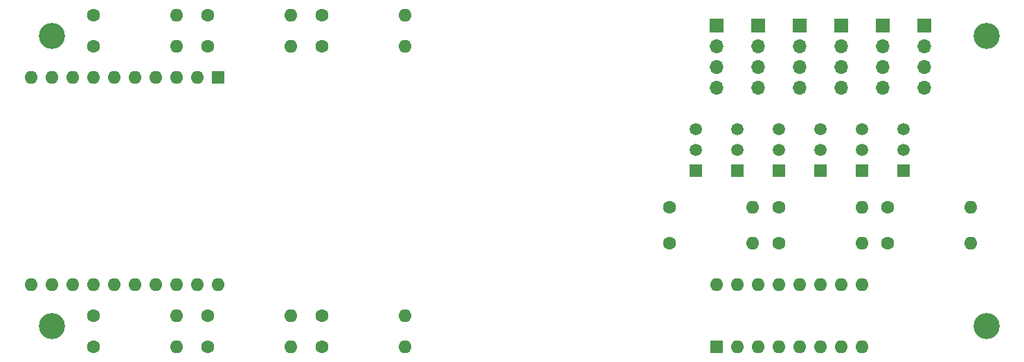
<source format=gbs>
G04 #@! TF.GenerationSoftware,KiCad,Pcbnew,(6.0.0-0)*
G04 #@! TF.CreationDate,2023-09-24T20:44:22+01:00*
G04 #@! TF.ProjectId,main-board,6d61696e-2d62-46f6-9172-642e6b696361,rev?*
G04 #@! TF.SameCoordinates,Original*
G04 #@! TF.FileFunction,Soldermask,Bot*
G04 #@! TF.FilePolarity,Negative*
%FSLAX46Y46*%
G04 Gerber Fmt 4.6, Leading zero omitted, Abs format (unit mm)*
G04 Created by KiCad (PCBNEW (6.0.0-0)) date 2023-09-24 20:44:22*
%MOMM*%
%LPD*%
G01*
G04 APERTURE LIST*
%ADD10C,1.600000*%
%ADD11O,1.600000X1.600000*%
%ADD12R,1.600000X1.600000*%
%ADD13C,3.200000*%
%ADD14C,1.500000*%
%ADD15R,1.500000X1.500000*%
%ADD16R,1.700000X1.700000*%
%ADD17O,1.700000X1.700000*%
G04 APERTURE END LIST*
D10*
X55880000Y-24130000D03*
D11*
X66040000Y-24130000D03*
X43180000Y-53340000D03*
X40640000Y-53340000D03*
X38100000Y-53340000D03*
X35560000Y-53340000D03*
X33020000Y-53340000D03*
X30480000Y-53340000D03*
X27940000Y-53340000D03*
X25400000Y-53340000D03*
X22860000Y-53340000D03*
X20320000Y-53340000D03*
X20320000Y-27940000D03*
X22860000Y-27940000D03*
X25400000Y-27940000D03*
X27940000Y-27940000D03*
X30480000Y-27940000D03*
X33020000Y-27940000D03*
X35560000Y-27940000D03*
X38100000Y-27940000D03*
X40640000Y-27940000D03*
D12*
X43180000Y-27940000D03*
D13*
X22860000Y-58420000D03*
D14*
X106680000Y-36830000D03*
X106680000Y-34290000D03*
D15*
X106680000Y-39370000D03*
X101600000Y-39370000D03*
D14*
X101600000Y-34290000D03*
X101600000Y-36830000D03*
D15*
X111760000Y-39370000D03*
D14*
X111760000Y-34290000D03*
X111760000Y-36830000D03*
D15*
X127000000Y-39370000D03*
D14*
X127000000Y-34290000D03*
X127000000Y-36830000D03*
D11*
X104130000Y-53330000D03*
X121910000Y-60950000D03*
X106670000Y-53330000D03*
X119370000Y-60950000D03*
X109210000Y-53330000D03*
X116830000Y-60950000D03*
X111750000Y-53330000D03*
X114290000Y-60950000D03*
X114290000Y-53330000D03*
X111750000Y-60950000D03*
X116830000Y-53330000D03*
X109210000Y-60950000D03*
X119370000Y-53330000D03*
X106670000Y-60950000D03*
X121910000Y-53330000D03*
D12*
X104130000Y-60950000D03*
D10*
X27940000Y-20320000D03*
D11*
X38100000Y-20320000D03*
D10*
X55880000Y-60960000D03*
D11*
X66040000Y-60960000D03*
D10*
X27940000Y-24130000D03*
D11*
X38100000Y-24130000D03*
D10*
X55880000Y-57150000D03*
D11*
X66040000Y-57150000D03*
D10*
X41910000Y-20320000D03*
D11*
X52070000Y-20320000D03*
D10*
X41910000Y-60960000D03*
D11*
X52070000Y-60960000D03*
D10*
X41910000Y-24130000D03*
D11*
X52070000Y-24130000D03*
D10*
X41910000Y-57150000D03*
D11*
X52070000Y-57150000D03*
X135255000Y-48260000D03*
D10*
X125095000Y-48260000D03*
D11*
X135255000Y-43815000D03*
D10*
X125095000Y-43815000D03*
D11*
X121920000Y-48260000D03*
D10*
X111760000Y-48260000D03*
D11*
X121920000Y-43815000D03*
D10*
X111760000Y-43815000D03*
X98425000Y-48260000D03*
D11*
X108585000Y-48260000D03*
D10*
X55880000Y-20320000D03*
D11*
X66040000Y-20320000D03*
X108585000Y-43815000D03*
D10*
X98425000Y-43815000D03*
X27940000Y-60960000D03*
D11*
X38100000Y-60960000D03*
D10*
X27940000Y-57150000D03*
D11*
X38100000Y-57150000D03*
D14*
X121920000Y-36830000D03*
X121920000Y-34290000D03*
D15*
X121920000Y-39370000D03*
D14*
X116840000Y-36830000D03*
X116840000Y-34290000D03*
D15*
X116840000Y-39370000D03*
D16*
X129540000Y-21600000D03*
D17*
X129540000Y-24140000D03*
X129540000Y-26680000D03*
X129540000Y-29220000D03*
D16*
X124460000Y-21600000D03*
D17*
X124460000Y-24140000D03*
X124460000Y-26680000D03*
X124460000Y-29220000D03*
X119380000Y-29220000D03*
X119380000Y-26680000D03*
X119380000Y-24140000D03*
D16*
X119380000Y-21600000D03*
D17*
X114300000Y-29220000D03*
X114300000Y-26680000D03*
X114300000Y-24140000D03*
D16*
X114300000Y-21600000D03*
D17*
X109220000Y-29220000D03*
X109220000Y-26680000D03*
X109220000Y-24140000D03*
D16*
X109220000Y-21600000D03*
D17*
X104140000Y-29220000D03*
X104140000Y-26680000D03*
X104140000Y-24140000D03*
D16*
X104140000Y-21600000D03*
D13*
X137160000Y-58420000D03*
X22860000Y-22860000D03*
X137160000Y-22860000D03*
M02*

</source>
